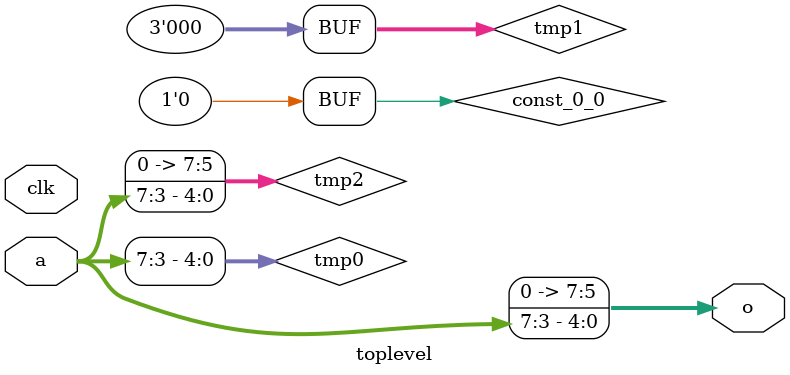
<source format=v>

module toplevel(clk, a, o);
    input clk;
    input[7:0] a;
    output[7:0] o;

    wire const_0_0;
    wire[4:0] tmp0;
    wire[2:0] tmp1;
    wire[7:0] tmp2;

    // Combinational
    assign const_0_0 = 0;
    assign o = tmp2;
    assign tmp0 = {a[7], a[6], a[5], a[4], a[3]};
    assign tmp1 = {const_0_0, const_0_0, const_0_0};
    assign tmp2 = {tmp1, tmp0};

endmodule


</source>
